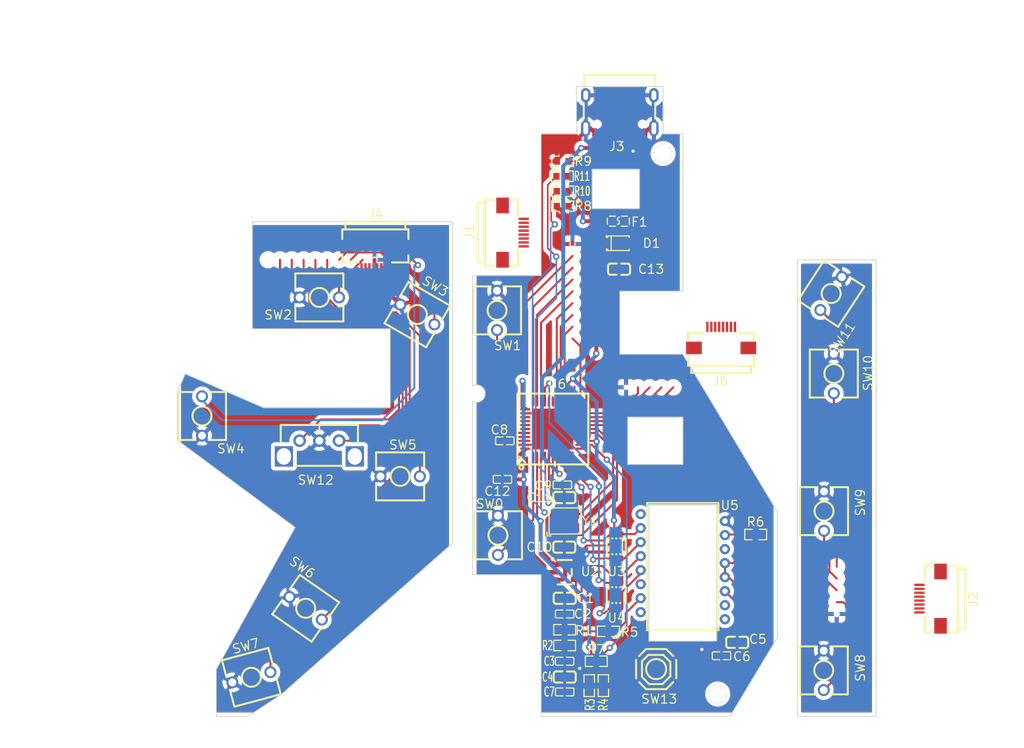
<source format=kicad_pcb>
(kicad_pcb (version 20221018) (generator pcbnew)
  (layers (0 "F.Cu" signal) (31 "B.Cu" signal) (34 "B.Paste" user) (35 "F.Paste" user) (36 "B.SilkS" user "B.Silkscreen") (37 "F.SilkS" user "F.Silkscreen") (38 "B.Mask" user) (39 "F.Mask" user) (44 "Edge.Cuts" user))
  (net 0 "")
  (net 1 "GND")
  (net 2 "RE0B")
  (net 3 "RE0A")
  (net 4 "NCS")
  (net 5 "MOSI")
  (net 6 "MISO")
  (net 7 "SCLK")
  (net 8 "VCC")
  (net 9 "RESET")
  (net 10 "Net-(U2-FB)")
  (net 11 "Net-(U2-OUT)")
  (net 12 "NCS1.9V")
  (net 13 "SCLK1.9V")
  (net 14 "MISO1.9V")
  (net 15 "MOSI1.9V")
  (net 16 "Net-(U5-VDDPIX)")
  (net 17 "Net-(U5-~{RESET})")
  (net 19 "Net-(U5-LED_P)")
  (net 20 "SW8")
  (net 21 "SW6")
  (net 22 "SW5")
  (net 23 "SW7")
  (net 24 "SW4")
  (net 25 "SW3")
  (net 26 "SW2")
  (net 27 "SW1")
  (net 28 "SW0")
  (net 29 "SW9")
  (net 30 "SW10")
  (net 31 "SW11")
  (net 32 "D-")
  (net 33 "D+")
  (net 34 "Net-(J3-CC1)")
  (net 35 "Net-(J3-CC2)")
  (net 36 "Net-(U6-XTAL1)")
  (net 37 "Net-(U6-XTAL2)")
  (net 38 "Net-(U6-AREF)")
  (net 39 "Net-(U6-UCAP)")
  (net 40 "VBUS")
  (net 49 "SW3_F")
  (net 50 "SW2_F")
  (net 51 "SW11_B")
  (net 52 "SW4_F")
  (net 53 "SW5_F")
  (net 54 "SW6_F")
  (net 55 "SW8_B")
  (net 56 "SW9_B")
  (net 57 "SW10_B")
  (net 58 "RE0A_F")
  (net 59 "RE0B_F")
  (net 63 "Net-(J3-D--Pad5)")
  (net 64 "Net-(J3-D+-Pad6)")
  (net 66 "Net-(D1-A)")
  (net 67 "SW7_B")
  (footprint "0:C0402" (layer "F.Cu") (at 121.388 107.6)
    (fp_text reference "C9")
    (fp_text value "1uF" hide)
  )
  (footprint "0:FFCｺﾈｸﾀ_FPC-SMD_P0.50-8P_FGS-XJ-H2.0" (layer "F.Cu") (at 141.55 88.86 180)
    (fp_text reference "J6")
    (fp_text value "Conn_01x8_Pin + 2" hide)
  )
  (footprint "0:TPS73601DBVR C59200" (layer "F.Cu") (at 121.683 118.69 180)
    (fp_text reference "U2")
    (fp_text value "TPS73601DBV" hide)
  )
  (footprint "0:C0603" (layer "F.Cu") (at 143.6 127.6)
    (fp_text reference "C5")
    (fp_text value "10uF" hide)
  )
  (footprint "0:SW-TH_L6.2-W6.2-P5.00" (layer "F.Cu") (at 155.854 93.455 -90)
    (fp_text reference "SW10")
    (fp_text value "SW_PUSH" hide)
  )
  (footprint "0:C0603" (layer "F.Cu") (at 128.6 80.2)
    (fp_text reference "C13")
    (fp_text value "10uF" hide)
  )
  (footprint "0:C0402" (layer "F.Cu") (at 114.083 102 180)
    (fp_text reference "C8")
    (fp_text value "0.1uF" hide)
  )
  (footprint "0:R0603" (layer "F.Cu") (at 126.6 133.1 90)
    (fp_text reference "R4")
    (fp_text value "10k" hide)
  )
  (footprint "0:R0603" (layer "F.Cu") (at 121.383 68.39)
    (fp_text reference "R11")
    (fp_text value "22" hide)
  )
  (footprint "0:SW-TH_L6.2-W6.2-P5.00" (layer "F.Cu") (at 102.983 85.952 -30)
    (fp_text reference "SW3")
    (fp_text value "SW_PUSH" hide)
  )
  (footprint "0:SW-TH_L6.2-W6.2-P5.00" (layer "F.Cu") (at 154.577 131.161 -90)
    (fp_text reference "SW8")
    (fp_text value "SW_PUSH" hide)
  )
  (footprint "0:C0402" (layer "F.Cu") (at 121.683 130 180)
    (fp_text reference "C3")
    (fp_text value "0.1uF" hide)
  )
  (footprint "0:hole 2.2mm" (layer "F.Cu") (at 141.116 134.163)
    (fp_text reference "REF**" hide)
    (fp_text value "hole 2.2mm" hide)
  )
  (footprint "0:R0603" (layer "F.Cu") (at 121.43 66.49)
    (fp_text reference "R9")
    (fp_text value "5.1k" hide)
  )
  (footprint "0:R0603" (layer "F.Cu") (at 121.683 128 180)
    (fp_text reference "R2")
    (fp_text value "63.4k" hide)
  )
  (footprint "PMW3360DM-T2QU:PMW3360" (layer "F.Cu") (at 136.683 117.985 180)
    (fp_text reference "U5")
    (fp_text value "PMW3360DM-T2QU" hide)
    (fp_line (start -4.445 -7.9375) (end 4.445 -7.9375) (stroke (width 0.01)) (layer "Edge.Cuts"))
    (fp_line (start -4.445 7.9375) (end -4.445 -7.9375) (stroke (width 0.01)) (layer "Edge.Cuts"))
    (fp_line (start 4.445 -7.9375) (end 4.445 7.9375) (stroke (width 0.01)) (layer "Edge.Cuts"))
    (fp_line (start 4.445 7.9375) (end -4.445 7.9375) (stroke (width 0.01)) (layer "Edge.Cuts"))
  )
  (footprint "0:R0603" (layer "F.Cu") (at 127.233 126.2 180)
    (fp_text reference "R5")
    (fp_text value "39" hide)
  )
  (footprint "0:C0603" (layer "F.Cu") (at 121.633 115.5 180)
    (fp_text reference "C10")
    (fp_text value "22p" hide)
  )
  (footprint "0:SW-TH_L6.2-W6.2-P5.00" (layer "F.Cu") (at 154.611 110.931 -90)
    (fp_text reference "SW9")
    (fp_text value "SW_PUSH" hide)
  )
  (footprint "0:hole 2.2mm" (layer "F.Cu") (at 134.183 65.5)
    (fp_text reference "REF**" hide)
    (fp_text value "hole 2.2mm" hide)
  )
  (footprint "0:SW-TH_CEN971112R02" (layer "F.Cu") (at 90.54 102.982 180)
    (fp_text reference "SW12")
    (fp_text value "RotaryEncoder" hide)
  )
  (footprint "0:SW-TH_L6.2-W6.2-P5.00" (layer "F.Cu") (at 88.809 123.275 -35)
    (fp_text reference "SW6")
    (fp_text value "SW_PUSH" hide)
  )
  (footprint "0:R0603" (layer "F.Cu") (at 145.933 113.9 180)
    (fp_text reference "R6")
    (fp_text value "10k" hide)
  )
  (footprint "0:R0603" (layer "F.Cu") (at 121.43 70.29)
    (fp_text reference "R10")
    (fp_text value "22" hide)
  )
  (footprint "0:SW-SMD_4P-L5.1-W5.1-P3.70-LS6.5-TL-2" (layer "F.Cu") (at 133.3 131)
    (fp_text reference "SW13")
    (fp_text value "SW_RESET" hide)
  )
  (footprint "0:C0402" (layer "F.Cu") (at 121.683 133.9 180)
    (fp_text reference "C7")
    (fp_text value "0.1uF" hide)
  )
  (footprint "0:SW-TH_L6.2-W6.2-P5.00" (layer "F.Cu") (at 81.912 132.038 15)
    (fp_text reference "SW7")
    (fp_text value "SW_PUSH" hide)
  )
  (footprint "0:SW-TH_L6.2-W6.2-P5.00" (layer "F.Cu") (at 113.217 114 -90)
    (fp_text reference "SW0")
    (fp_text value "SW_PUSH" hide)
  )
  (footprint "0:Diode SOD-123FL_L2.7-W1.8-LS3.8-RD" (layer "F.Cu") (at 128.5 76.9)
    (fp_text reference "D1")
    (fp_text value "RB161MM-20" hide)
  )
  (footprint "0:TXS0102DCUR C53434" (layer "F.Cu") (at 128.233 115.4)
    (fp_text reference "U3")
    (fp_text value "TXS0102DCU" hide)
  )
  (footprint "0:FFCｺﾈｸﾀ_FPC-SMD_P0.50-8P_FGS-XJ-H2.0" (layer "F.Cu") (at 168.06 122.05 -90)
    (fp_text reference "J2")
    (fp_text value "Conn_01x8_Pin + 2" hide)
  )
  (footprint "0:ATMEGA32U4-MU VQFN-44_L7.0-W7.0-P0.50-BL-EP5.2" (layer "F.Cu") (at 120.183 100.5)
    (fp_text reference "U6")
    (fp_text value "ATmega32U4-M" hide)
  )
  (footprint "0:C0603" (layer "F.Cu") (at 121.683 132 180)
    (fp_text reference "C4")
    (fp_text value "10uF" hide)
  )
  (footprint "0:Crystals ROHS 16MHz OSC-SMD_4P-L3.2-W2.5-BL" (layer "F.Cu") (at 121.733 112.175)
    (fp_text reference "Y1")
    (fp_text value "16MHz" hide)
  )
  (footprint "0:C0603" (layer "F.Cu") (at 121.683 122 180)
    (fp_text reference "C1")
    (fp_text value "10uF" hide)
  )
  (footprint "0:Fuse 0603" (layer "F.Cu") (at 128.5 74.1 180)
    (fp_text reference "F1")
    (fp_text value "500mA" hide)
  )
  (footprint "0:R0603" (layer "F.Cu") (at 121.436 72.19)
    (fp_text reference "R8")
    (fp_text value "5.1k" hide)
  )
  (footprint "0:USB-C-SMD_TYPE-C-6PIN-2MD-073" (layer "F.Cu") (at 128.683 60.475 180)
    (fp_text reference "J3")
    (fp_text value "USB_C_Receptacle_USB2.0" hide)
  )
  (footprint "0:SW-TH_L6.2-W6.2-P5.00" (layer "F.Cu") (at 113.1 85.428 -90)
    (fp_text reference "SW1")
    (fp_text value "SW_PUSH" hide)
  )
  (footprint "0:FFCｺﾈｸﾀ_FPC-SMD_P0.50-8P_FGS-XJ-H2.0" (layer "F.Cu") (at 97.65 78.74)
    (fp_text reference "J4")
    (fp_text value "Conn_01x8_Pin + 2" hide)
  )
  (footprint "0:SW-TH_L6.2-W6.2-P5.00" (layer "F.Cu") (at 100.797 106.519)
    (fp_text reference "SW5")
    (fp_text value "SW_PUSH" hide)
  )
  (footprint "0:C0402" (layer "F.Cu") (at 141.6 129.3 180)
    (fp_text reference "C6")
    (fp_text value "0.1uF" hide)
  )
  (footprint "0:C0402" (layer "F.Cu") (at 121.683 124 180)
    (fp_text reference "C2")
    (fp_text value "0.1uF" hide)
  )
  (footprint "0:SW-TH_L6.2-W6.2-P5.00" (layer "F.Cu") (at 155.513 83.29 -123.125)
    (fp_text reference "SW11")
    (fp_text value "SW_PUSH" hide)
  )
  (footprint "0:R0603" (layer "F.Cu") (at 124.8 133.1 90)
    (fp_text reference "R3")
    (fp_text value "10k" hide)
  )
  (footprint "0:FFCｺﾈｸﾀ_FPC-SMD_P0.50-8P_FGS-XJ-H2.0" (layer "F.Cu") (at 115.14 75.55 90)
    (fp_text reference "J1")
    (fp_text value "Conn_01x8_Pin + 2" hide)
  )
  (footprint "0:TXS0102DCUR C53434" (layer "F.Cu") (at 128.233 121.6)
    (fp_text reference "U4")
    (fp_text value "TXS0102DCU" hide)
  )
  (footprint "0:C0603" (layer "F.Cu") (at 121.633 109.2 180)
    (fp_text reference "C11")
    (fp_text value "22p" hide)
  )
  (footprint "0:R0603" (layer "F.Cu") (at 125.7 130 180)
    (fp_text reference "R7")
    (fp_text value "10k" hide)
  )
  (footprint "0:R0603" (layer "F.Cu") (at 121.683 126 180)
    (fp_text reference "R1")
    (fp_text value "37.4k" hide)
  )
  (footprint "0:SW-TH_L6.2-W6.2-P5.00" (layer "F.Cu") (at 90.54 83.782)
    (fp_text reference "SW2")
    (fp_text value "SW_PUSH" hide)
  )
  (footprint "0:C0402" (layer "F.Cu") (at 113.783 106.9 180)
    (fp_text reference "C12")
    (fp_text value "0.1uF" hide)
  )
  (footprint "0:SW-TH_L6.2-W6.2-P5.00" (layer "F.Cu") (at 75.645 98.846 90)
    (fp_text reference "SW4")
    (fp_text value "SW_PUSH" hide)
  )
  (gr_line (start 123.183 57) (end 134.183 57) (stroke (width 0.1)) (layer "Edge.Cuts"))
  (gr_line (start 125.183 72.5) (end 125.183 67.5) (stroke (width 0.1)) (layer "Edge.Cuts"))
  (gr_line (start 99.54 87.782) (end 99.54 97.782) (stroke (width 0.1)) (layer "Edge.Cuts"))
  (gr_line (start 128.683 91) (end 136.683 91) (stroke (width 0.1)) (layer "Edge.Cuts"))
  (gr_line (start 131.183 67.5) (end 131.183 72.5) (stroke (width 0.1)) (layer "Edge.Cuts"))
  (gr_line (start 151.223 137) (end 161.223 137) (stroke (width 0.1)) (layer "Edge.Cuts"))
  (gr_line (start 151.223 79) (end 151.223 137) (stroke (width 0.1)) (layer "Edge.Cuts"))
  (gr_line (start 136.683 83) (end 128.683 83) (stroke (width 0.1)) (layer "Edge.Cuts"))
  (gr_arc (start 110 95.020001) (mid 111.600181 96) (end 110 96.979999) (stroke (width 0.1)) (layer "Edge.Cuts"))
  (gr_line (start 73.518 93.49) (end 72.545 95.746) (stroke (width 0.1)) (layer "Edge.Cuts"))
  (gr_line (start 125.183 72.5) (end 131.183 72.5) (stroke (width 0.1)) (layer "Edge.Cuts"))
  (gr_line (start 123.183 63) (end 123.183 57) (stroke (width 0.1)) (layer "Edge.Cuts"))
  (gr_line (start 107.46 80.682) (end 107.46 115) (stroke (width 0.1)) (layer "Edge.Cuts"))
  (gr_line (start 77.46 137) (end 81.46 137) (stroke (width 0.1)) (layer "Edge.Cuts"))
  (gr_line (start 110 81) (end 110 95.02) (stroke (width 0.1)) (layer "Edge.Cuts"))
  (gr_line (start 118.683 137) (end 118.683 119) (stroke (width 0.1)) (layer "Edge.Cuts"))
  (gr_line (start 129.683 99) (end 136.683 99) (stroke (width 0.1)) (layer "Edge.Cuts"))
  (gr_line (start 77.46 131.027) (end 77.46 137) (stroke (width 0.1)) (layer "Edge.Cuts"))
  (gr_line (start 132.383 127.44) (end 132.383 110.18) (stroke (width 0.1)) (layer "Edge.Cuts"))
  (gr_line (start 82.04 80.682) (end 82.04 74.182) (stroke (width 0.1)) (layer "Edge.Cuts"))
  (gr_line (start 72.545 95.746) (end 72.545 101.946) (stroke (width 0.1)) (layer "Edge.Cuts"))
  (gr_line (start 161.223 79) (end 151.223 79) (stroke (width 0.1)) (layer "Edge.Cuts"))
  (gr_circle (center 134.183 65.5) (end 135.283 65.5) (stroke (width 0.1)) (fill none) (layer "Edge.Cuts"))
  (gr_line (start 107.46 80.682) (end 107.46 74.182) (stroke (width 0.1)) (layer "Edge.Cuts"))
  (gr_line (start 87.46 113) (end 77.46 131.027) (stroke (width 0.1)) (layer "Edge.Cuts"))
  (gr_line (start 85.709 134.23) (end 107.46 115) (stroke (width 0.1)) (layer "Edge.Cuts"))
  (gr_line (start 148.683 127) (end 142.683 137) (stroke (width 0.1)) (layer "Edge.Cuts"))
  (gr_line (start 82.04 87.782) (end 99.54 87.782) (stroke (width 0.1)) (layer "Edge.Cuts"))
  (gr_line (start 118.683 119) (end 110 119) (stroke (width 0.1)) (layer "Edge.Cuts"))
  (gr_line (start 83.46 97.782) (end 73.518 93.49) (stroke (width 0.1)) (layer "Edge.Cuts"))
  (gr_line (start 136.683 91) (end 148.683 111) (stroke (width 0.1)) (layer "Edge.Cuts"))
  (gr_line (start 72.545 101.946) (end 87.46 113) (stroke (width 0.1)) (layer "Edge.Cuts"))
  (gr_line (start 140.983 110.18) (end 140.983 127.44) (stroke (width 0.1)) (layer "Edge.Cuts"))
  (gr_circle (center 141.116 134.163) (end 142.216 134.163) (stroke (width 0.1)) (fill none) (layer "Edge.Cuts"))
  (gr_line (start 132.383 127.44) (end 140.983 127.44) (stroke (width 0.1)) (layer "Edge.Cuts"))
  (gr_line (start 161.223 137) (end 161.223 79) (stroke (width 0.1)) (layer "Edge.Cuts"))
  (gr_line (start 136.683 63) (end 136.683 83) (stroke (width 0.1)) (layer "Edge.Cuts"))
  (gr_line (start 118.683 81) (end 118.683 63) (stroke (width 0.1)) (layer "Edge.Cuts"))
  (gr_line (start 134.183 63) (end 136.683 63) (stroke (width 0.1)) (layer "Edge.Cuts"))
  (gr_line (start 148.683 111) (end 148.683 127) (stroke (width 0.1)) (layer "Edge.Cuts"))
  (gr_line (start 128.683 83) (end 128.683 91) (stroke (width 0.1)) (layer "Edge.Cuts"))
  (gr_line (start 136.683 105) (end 129.683 105) (stroke (width 0.1)) (layer "Edge.Cuts"))
  (gr_line (start 132.383 110.18) (end 140.983 110.18) (stroke (width 0.1)) (layer "Edge.Cuts"))
  (gr_line (start 134.183 57) (end 134.183 63) (stroke (width 0.1)) (layer "Edge.Cuts"))
  (gr_line (start 118.683 137) (end 142.683 137) (stroke (width 0.1)) (layer "Edge.Cuts"))
  (gr_line (start 136.683 99) (end 136.683 105) (stroke (width 0.1)) (layer "Edge.Cuts"))
  (gr_line (start 110 81) (end 118.683 81) (stroke (width 0.1)) (layer "Edge.Cuts"))
  (gr_line (start 81.46 137) (end 85.709 134.23) (stroke (width 0.1)) (layer "Edge.Cuts"))
  (gr_line (start 107.46 74.182) (end 82.04 74.182) (stroke (width 0.1)) (layer "Edge.Cuts"))
  (gr_line (start 110 119) (end 110 96.98) (stroke (width 0.1)) (layer "Edge.Cuts"))
  (gr_line (start 118.683 63) (end 123.183 63) (stroke (width 0.1)) (layer "Edge.Cuts"))
  (gr_line (start 82.04 80.682) (end 82.04 87.782) (stroke (width 0.1)) (layer "Edge.Cuts"))
  (gr_line (start 99.54 97.782) (end 83.46 97.782) (stroke (width 0.1)) (layer "Edge.Cuts"))
  (gr_line (start 125.183 67.5) (end 131.183 67.5) (stroke (width 0.1)) (layer "Edge.Cuts"))
  (gr_line (start 129.683 105) (end 129.683 99) (stroke (width 0.1)) (layer "Edge.Cuts"))
  (segment (start 120.833 111.3) (end 120.633 111.3) (width 0.5) (layer "F.Cu") (net 1))
  (segment (start 97.54 79) (end 97.54 81.424064) (width 0.5) (layer "F.Cu") (net 1))
  (segment (start 119.683 104) (end 119.683 107.95) (width 0.25) (layer "F.Cu") (net 1))
  (segment (start 127.846 116.2) (end 124.633 116.2) (width 0.25) (layer "F.Cu") (net 1))
  (segment (start 124.933 62.3) (end 125.483 62.85) (width 0.5) (layer "F.Cu") (net 1))
  (segment (start 113.908 102.595) (end 113.538 102.225) (width 0.25) (layer "F.Cu") (net 1))
  (segment (start 115.253 102.595) (end 113.908 102.595) (width 0.25) (layer "F.Cu") (net 1))
  (segment (start 97.54 81.424064) (end 100.817936 84.702) (width 0.5) (layer "F.Cu") (net 1))
  (segment (start 124.358 62.625) (end 124.358 62.3) (width 0.5) (layer "F.Cu") (net 1))
  (segment (start 118.183 102.5) (end 120.183 100.5) (width 0.25) (layer "F.Cu") (net 1))
  (segment (start 119.683 107.95) (end 120.933 109.2) (width 0.25) (layer "F.Cu") (net 1))
  (segment (start 119.483 112) (end 120.183 111.3) (width 0.5) (layer "F.Cu") (net 1))
  (segment (start 124.633 116.2) (end 124.433 116.4) (width 0.25) (layer "F.Cu") (net 1))
  (segment (start 120.93 128) (end 120.077 127.147) (width 0.5) (layer "F.Cu") (net 1))
  (segment (start 120.933 111) (end 120.633 111.3) (width 0.5) (layer "F.Cu") (net 1))
  (segment (start 120.077 125.061) (end 121.138 124) (width 0.5) (layer "F.Cu") (net 1))
  (segment (start 121.933 107.6) (end 121.933 108.075) (width 0.5) (layer "F.Cu") (net 1))
  (segment (start 119.683 101) (end 120.183 100.5) (width 0.25) (layer "F.Cu") (net 1))
  (segment (start 119.683 104) (end 119.683 101) (width 0.25) (layer "F.Cu") (net 1))
  (segment (start 122.833 113) (end 122.433 112.6) (width 0.5) (layer "F.Cu") (net 1))
  (segment (start 121.933 108.075) (end 120.933 109.075) (width 0.5) (layer "F.Cu") (net 1))
  (segment (start 126.946 121.5) (end 127.979 122.533) (width 0.25) (layer "F.Cu") (net 1))
  (segment (start 120.677 66.306) (end 124.358 62.625) (width 0.5) (layer "F.Cu") (net 1))
  (segment (start 127.979 116.333) (end 127.846 116.2) (width 0.25) (layer "F.Cu") (net 1))
  (segment (start 127.979 116.95) (end 127.979 116.333) (width 0.25) (layer "F.Cu") (net 1))
  (segment (start 120.93 128) (end 120.293 128.637) (width 0.5) (layer "F.Cu") (net 1))
  (segment (start 122.133 112.6) (end 120.833 111.3) (width 0.5) (layer "F.Cu") (net 1))
  (segment (start 122.683 74.19) (end 122.683 77) (width 0.5) (layer "F.Cu") (net 1))
  (segment (start 120.677 66.49) (end 120.677 66.306) (width 0.5) (layer "F.Cu") (net 1))
  (segment (start 120.077 127.147) (end 120.077 125.061) (width 0.5) (layer "F.Cu") (net 1))
  (segment (start 115.348 102.5) (end 115.253 102.595) (width 0.25) (layer "F.Cu") (net 1))
  (segment (start 122.833 113.05) (end 122.833 113) (width 0.5) (layer "F.Cu") (net 1))
  (segment (start 120.293 131.31) (end 120.983 132) (width 0.5) (layer "F.Cu") (net 1))
  (segment (start 120.683 72.19) (end 122.683 74.19) (width 0.5) (layer "F.Cu") (net 1))
  (segment (start 116.683 102.5) (end 118.183 102.5) (width 0.25) (layer "F.Cu") (net 1))
  (segment (start 120.933 115.45) (end 119.483 114) (width 0.5) (layer "F.Cu") (net 1))
  (segment (start 131.883 63.7) (end 130.383 65.2) (width 0.5) (layer "F.Cu") (net 1))
  (segment (start 122.433 112.6) (end 122.133 112.6) (width 0.5) (layer "F.Cu") (net 1))
  (segment (start 120.383 118.69) (end 119.633 118.69) (width 0.5) (layer "F.Cu") (net 1))
  (segment (start 133.008 62.3) (end 132.433 62.3) (width 0.5) (layer "F.Cu") (net 1))
  (segment (start 120.933 109.2) (end 120.933 111) (width 0.5) (layer "F.Cu") (net 1))
  (segment (start 124.358 62.3) (end 124.933 62.3) (width 0.5) (layer "F.Cu") (net 1))
  (segment (start 132.433 62.3) (end 131.883 62.85) (width 0.5) (layer "F.Cu") (net 1))
  (segment (start 118.183 98.5) (end 120.183 100.5) (width 0.25) (layer "F.Cu") (net 1))
  (segment (start 116.683 102.5) (end 115.348 102.5) (width 0.25) (layer "F.Cu") (net 1))
  (segment (start 119.483 114) (end 119.483 112) (width 0.5) (layer "F.Cu") (net 1))
  (segment (start 122.683 98) (end 120.183 100.5) (width 0.25) (layer "F.Cu") (net 1))
  (segment (start 113.538 102.225) (end 113.538 102) (width 0.25) (layer "F.Cu") (net 1))
  (segment (start 124.358 62.7) (end 124.358 62.809) (width 0.5) (layer "F.Cu") (net 1))
  (segment (start 120.933 109.075) (end 120.933 109.2) (width 0.5) (layer "F.Cu") (net 1))
  (segment (start 131.883 62.85) (end 131.883 63.7) (width 0.5) (layer "F.Cu") (net 1))
  (segment (start 124.933 121.5) (end 126.946 121.5) (width 0.25) (layer "F.Cu") (net 1))
  (segment (start 119.233 119.09) (end 119.233 120.25) (width 0.5) (layer "F.Cu") (net 1))
  (segment (start 127.979 122.533) (end 127.979 123.15) (width 0.25) (layer "F.Cu") (net 1))
  (segment (start 123.683 101.5) (end 121.183 101.5) (width 0.25) (layer "F.Cu") (net 1))
  (segment (start 120.183 111.3) (end 120.633 111.3) (width 0.5) (layer "F.Cu") (net 1))
  (segment (start 122.683 97) (end 122.683 98) (width 0.25) (layer "F.Cu") (net 1))
  (segment (start 119.633 118.69) (end 119.233 119.09) (width 0.5) (layer "F.Cu") (net 1))
  (segment (start 116.683 98.5) (end 118.183 98.5) (width 0.25) (layer "F.Cu") (net 1))
  (segment (start 122.783 113.05) (end 122.633 112.9) (width 0.5) (layer "F.Cu") (net 1))
  (segment (start 119.233 120.25) (end 120.983 122) (width 0.5) (layer "F.Cu") (net 1))
  (segment (start 120.933 115.5) (end 120.933 115.45) (width 0.5) (layer "F.Cu") (net 1))
  (segment (start 120.293 128.637) (end 120.293 131.31) (width 0.5) (layer "F.Cu") (net 1))
  (segment (start 121.183 101.5) (end 120.183 100.5) (width 0.25) (layer "F.Cu") (net 1))
  (via (at 130.383 65.2) (size 0.8) (drill 0.4) (layers "F.Cu" "B.Cu") (net 1))
  (via (at 123.6 130.9) (size 0.8) (drill 0.4) (layers "F.Cu" "B.Cu") (net 1))
  (via (at 139.1 128.5) (size 0.8) (drill 0.4) (layers "F.Cu" "B.Cu") (net 1))
  (via (at 124.933 121.5) (size 0.8) (drill 0.4) (layers "F.Cu" "B.Cu") (net 1))
  (via (at 124.433 116.4) (size 0.8) (drill 0.4) (layers "F.Cu" "B.Cu") (net 1))
  (segment (start 123.683 90) (end 123.683 98) (width 0.25) (layer "F.Cu") (net 2))
  (segment (start 122.683 89) (end 123.683 90) (width 0.25) (layer "F.Cu") (net 2))
  (segment (start 121.683 88.5) (end 121.683 97) (width 0.25) (layer "F.Cu") (net 3))
  (segment (start 122.683 87.5) (end 121.683 88.5) (width 0.25) (layer "F.Cu") (net 3))
  (segment (start 126.721 123.9) (end 127.471 123.15) (width 0.25) (layer "F.Cu") (net 4))
  (segment (start 119.183 97) (end 119.183 95.25) (width 0.25) (layer "F.Cu") (net 4))
  (segment (start 126.133 123.9) (end 126.721 123.9) (width 0.25) (layer "F.Cu") (net 4))
  (segment (start 119.183 95.25) (end 119.733 94.7) (width 0.25) (layer "F.Cu") (net 4))
  (via (at 119.733 94.7) (size 0.8) (drill 0.4) (layers "F.Cu" "B.Cu") (net 4))
  (via (at 126.133 123.9) (size 0.8) (drill 0.4) (layers "F.Cu" "B.Cu") (net 4))
  (segment (start 126.733 123.3) (end 126.733 108.125305) (width 0.25) (layer "B.Cu") (net 4))
  (segment (start 126.133 123.9) (end 126.733 123.3) (width 0.25) (layer "B.Cu") (net 4))
  (segment (start 126.758 108.100305) (end 126.758 106.725) (width 0.25) (layer "B.Cu") (net 4))
  (segment (start 126.733 108.125305) (end 126.758 108.100305) (width 0.25) (layer "B.Cu") (net 4))
  (segment (start 119.733 99.7) (end 119.733 94.7) (width 0.25) (layer "B.Cu") (net 4))
  (segment (start 126.758 106.725) (end 119.733 99.7) (width 0.25) (layer "B.Cu") (net 4))
  (segment (start 124.970701 107.837701) (end 124.796006 107.837701) (width 0.25) (layer "F.Cu") (net 5))
  (segment (start 122.183 105.224695) (end 122.183 104) (width 0.25) (layer "F.Cu") (net 5))
  (segment (start 125.4585 116.95) (end 127.437 116.95) (width 0.25) (layer "F.Cu") (net 5))
  (segment (start 125.3085 117.1) (end 125.4585 116.95) (width 0.25) (layer "F.Cu") (net 5))
  (segment (start 124.796006 107.837701) (end 122.183 105.224695) (width 0.25) (layer "F.Cu") (net 5))
  (via (at 125.3085 117.1) (size 0.8) (drill 0.4) (layers "F.Cu" "B.Cu") (net 5))
  (via (at 124.970701 107.837701) (size 0.8) (drill 0.4) (layers "F.Cu" "B.Cu") (net 5))
  (segment (start 125.3085 117.1) (end 125.3085 115.141832) (width 0.25) (layer "B.Cu") (net 5))
  (segment (start 124.970701 114.804033) (end 124.970701 107.837701) (width 0.25) (layer "B.Cu") (net 5))
  (segment (start 125.3085 115.141832) (end 124.970701 114.804033) (width 0.25) (layer "B.Cu") (net 5))
  (segment (start 126.533 119.7) (end 126.883 120.05) (width 0.25) (layer "F.Cu") (net 6))
  (segment (start 126.033 107.35) (end 122.683 104) (width 0.25) (layer "F.Cu") (net 6))
  (segment (start 126.033 107.8) (end 126.033 107.35) (width 0.25) (layer "F.Cu") (net 6))
  (segment (start 126.0085 119.7) (end 126.533 119.7) (width 0.25) (layer "F.Cu") (net 6))
  (segment (start 126.883 120.05) (end 127.471 120.05) (width 0.25) (layer "F.Cu") (net 6))
  (via (at 126.0085 119.7) (size 0.8) (drill 0.4) (layers "F.Cu" "B.Cu") (net 6))
  (via (at 126.033 107.8) (size 0.8) (drill 0.4) (layers "F.Cu" "B.Cu") (net 6))
  (segment (start 126.0085 119.7) (end 126.033 119.6755) (width 0.25) (layer "B.Cu") (net 6))
  (segment (start 126.033 119.6755) (end 126.033 107.8) (width 0.25) (layer "B.Cu") (net 6))
  (segment (start 127.437 113.884) (end 127.437 113.85) (width 0.25) (layer "F.Cu") (net 7))
  (segment (start 126.658678 114.662322) (end 127.437 113.884) (width 0.25) (layer "F.Cu") (net 7))
  (segment (start 124.087107 114.662322) (end 126.658678 114.662322) (width 0.25) (layer "F.Cu") (net 7))
  (segment (start 121.683 105.749294) (end 121.683 104) (width 0.25) (layer "F.Cu") (net 7))
  (segment (start 123.833353 107.899647) (end 121.683 105.749294) (width 0.25) (layer "F.Cu") (net 7))
  (via (at 124.087107 114.662322) (size 0.8) (drill 0.4) (layers "F.Cu" "B.Cu") (net 7))
  (via (at 123.833353 107.899647) (size 0.8) (drill 0.4) (layers "F.Cu" "B.Cu") (net 7))
  (segment (start 124.033 114.608215) (end 124.033 108.099294) (width 0.25) (layer "B.Cu") (net 7))
  (segment (start 124.087107 114.662322) (end 124.033 114.608215) (width 0.25) (layer "B.Cu") (net 7))
  (segment (start 124.033 108.099294) (end 123.833353 107.899647) (width 0.25) (layer "B.Cu") (net 7))
  (segment (start 114.328 106.9) (end 114.328 105.455) (width 0.5) (layer "F.Cu") (net 8))
  (segment (start 127.979 113.85) (end 127.979 114.467) (width 0.25) (layer "F.Cu") (net 8))
  (segment (start 123.793 117.1) (end 122.674734 117.1) (width 0.25) (layer "F.Cu") (net 8))
  (segment (start 127.979 119.433) (end 126.446 117.9) (width 0.25) (layer "F.Cu") (net 8))
  (segment (start 116.333 94.4) (end 116.333 97.65) (width 0.5) (layer "F.Cu") (net 8))
  (segment (start 124.947 130) (end 124.947 128.347) (width 0.5) (layer "F.Cu") (net 8))
  (segment (start 124.593 117.9) (end 123.793 117.1) (width 0.25) (layer "F.Cu") (net 8))
  (segment (start 122.383 122) (end 122.383 123.845) (width 0.5) (layer "F.Cu") (net 8))
  (segment (start 122.674734 117.1) (end 121.023 117.1) (width 0.25) (layer "F.Cu") (net 8))
  (segment (start 123.683 102) (end 125.657598 102) (width 0.25) (layer "F.Cu") (net 8))
  (segment (start 118.183 111.75) (end 118.633 112.2) (width 0.25) (layer "F.Cu") (net 8))
  (segment (start 121.733 119.29) (end 121.383 119.64) (width 0.5) (layer "F.Cu") (net 8))
  (segment (start 121.733 118.2) (end 121.733 119.29) (width 0.5) (layer "F.Cu") (net 8))
  (segment (start 114.328 105.455) (end 116.683 103.1) (width 0.5) (layer "F.Cu") (net 8))
  (segment (start 118.633 112.2) (end 118.633 115.99) (width 0.5) (layer "F.Cu") (net 8))
  (segment (start 127.979 113.85) (end 127.979 112.146) (width 0.25) (layer "F.Cu") (net 8))
  (segment (start 121.273 117.74) (end 121.733 118.2) (width 0.5) (layer "F.Cu") (net 8))
  (segment (start 124.474734 115.3) (end 122.674734 117.1) (width 0.25) (layer "F.Cu") (net 8))
  (segment (start 122.183 97) (end 122.183 94.65) (width 0.25) (layer "F.Cu") (net 8))
  (segment (start 124.947 128.347) (end 124.8 128.2) (width 0.5) (layer "F.Cu") (net 8))
  (segment (start 126.765 79.065) (end 127.9 80.2) (width 0.5) (layer "F.Cu") (net 8))
  (segment (start 122.183 94.65) (end 122.733 94.1) (width 0.25) (layer "F.Cu") (net 8))
  (segment (start 116.333 97.65) (end 116.583 97.9) (width 0.5) (layer "F.Cu") (net 8))
  (segment (start 125.7 82.9) (end 125.7 90.9) (width 0.5) (layer "F.Cu") (net 8))
  (segment (start 122.383 121.64) (end 120.383 119.64) (width 0.5) (layer "F.Cu") (net 8))
  (segment (start 126.446 117.9) (end 124.593 117.9) (width 0.25) (layer "F.Cu") (net 8))
  (segment (start 120.383 117.74) (end 121.273 117.74) (width 0.5) (layer "F.Cu") (net 8))
  (segment (start 127.146 115.3) (end 124.474734 115.3) (width 0.25) (layer "F.Cu") (net 8))
  (segment (start 118.183 104) (end 118.183 111.75) (width 0.25) (layer "F.Cu") (net 8))
  (segment (start 121.023 117.1) (end 120.383 117.74) (width 0.25) (layer "F.Cu") (net 8))
  (segment (start 125.7 82.4) (end 125.7 82.9) (width 0.5) (layer "F.Cu") (net 8))
  (segment (start 116.583 97.9) (end 116.683 97.9) (width 0.5) (layer "F.Cu") (net 8))
  (segment (start 127.979 112.146) (end 127.933 112.1) (width 0.25) (layer "F.Cu") (net 8))
  (segment (start 125.657598 102) (end 125.745299 102.087701) (width 0.25) (layer "F.Cu") (net 8))
  (segment (start 121.383 119.64) (end 120.383 119.64) (width 0.5) (layer "F.Cu") (net 8))
  (segment (start 116.483 106.9) (end 114.328 106.9) (width 0.5) (layer "F.Cu") (net 8))
  (segment (start 126.765 76.9) (end 126.765 79.065) (width 0.5) (layer "F.Cu") (net 8))
  (segment (start 122.383 123.845) (end 122.228 124) (width 0.5) (layer "F.Cu") (net 8))
  (segment (start 122.383 122) (end 122.383 121.64) (width 0.5) (layer "F.Cu") (net 8))
  (segment (start 127.979 114.467) (end 127.146 115.3) (width 0.25) (layer "F.Cu") (net 8))
  (segment (start 127.9 80.2) (end 125.7 82.4) (width 0.5) (layer "F.Cu") (net 8))
  (segment (start 127.979 120.05) (end 127.979 119.433) (width 0.25) (layer "F.Cu") (net 8))
  (segment (start 118.633 115.99) (end 120.383 117.74) (width 0.5) (layer "F.Cu") (net 8))
  (via (at 116.483 106.9) (size 0.8) (drill 0.4) (layers "F.Cu" "B.Cu") (net 8))
  (via (at 116.333 94.4) (size 0.8) (drill 0.4) (layers "F.Cu" "B.Cu") (net 8))
  (via (at 118.633 112.2) (size 0.8) (drill 0.4) (layers "F.Cu" "B.Cu") (net 8))
  (via (at 122.733 94.1) (size 0.8) (drill 0.4) (layers "F.Cu" "B.Cu") (net 8))
  (via (at 124.8 128.2) (size 0.8) (drill 0.4) (layers "F.Cu" "B.Cu") (net 8))
  (via (at 127.933 112.1) (size 0.8) (drill 0.4) (layers "F.Cu" "B.Cu") (net 8))
  (via (at 125.7 90.9) (size 0.8) (drill 0.4) (layers "F.Cu" "B.Cu") (net 8))
  (via (at 125.745299 102.087701) (size 0.8) (drill 0.4) (layers "F.Cu" "B.Cu") (net 8))
  (segment (start 125.7 90.9) (end 125.7 91.133) (width 0.5) (layer "B.Cu") (net 8))
  (segment (start 125.745299 102.087701) (end 125.745299 99.686994) (width 0.5) (layer "B.Cu") (net 8))
  (segment (start 127.933 106.51) (end 127.933 112.1) (width 0.5) (layer "B.Cu") (net 8))
  (segment (start 116.483 94.55) (end 116.333 94.4) (width 0.5) (layer "B.Cu") (net 8))
  (segment (start 125.733 99.674695) (end 125.733 97.1) (width 0.5) (layer "B.Cu") (net 8))
  (segment (start 116.483 110.05) (end 118.633 112.2) (width 0.5) (layer "B.Cu") (net 8))
  (segment (start 124.8 122.569082) (end 118.633 116.402082) (width 0.5) (layer "B.Cu") (net 8))
  (segment (start 125.733 97.1) (end 122.733 94.1) (width 0.5) (layer "B.Cu") (net 8))
  (segment (start 125.7 91.133) (end 122.733 94.1) (width 0.5) (layer "B.Cu") (net 8))
  (segment (start 116.483 106.9) (end 116.483 110.05) (width 0.5) (layer "B.Cu") (net 8))
  (segment (start 125.745299 102.087701) (end 125.745299 104.322299) (width 0.5) (layer "B.Cu") (net 8))
  (segment (start 116.483 106.9) (end 116.483 94.55) (width 0.5) (layer "B.Cu") (net 8))
  (segment (start 118.633 116.402082) (end 118.633 112.2) (width 0.5) (layer "B.Cu") (net 8))
  (segment (start 125.745299 104.322299) (end 127.933 106.51) (width 0.5) (layer "B.Cu") (net 8))
  (segment (start 124.8 128.2) (end 124.8 122.569082) (width 0.5) (layer "B.Cu") (net 8))
  (segment (start 125.745299 99.686994) (end 125.733 99.674695) (width 0.5) (layer "B.Cu") (net 8))
  (segment (start 127.15 130) (end 126.453 130) (width 0.25) (layer "F.Cu") (net 9))
  (segment (start 126.453 130) (end 126.453 129.247) (width 0.25) (layer "F.Cu") (net 9))
  (segment (start 126.453 129.247) (end 127.4 128.3) (width 0.25) (layer "F.Cu") (net 9))
  (segment (start 130 132.85) (end 127.15 130) (width 0.25) (layer "F.Cu") (net 9))
  (segment (start 123.683 102.5) (end 125.133 102.5) (width 0.25) (layer "F.Cu") (net 9))
  (segment (start 125.133 102.5) (end 127.033 104.4) (width 0.25) (layer "F.Cu") (net 9))
  (via (at 127.033 104.4) (size 0.8) (drill 0.4) (layers "F.Cu" "B.Cu") (net 9))
  (via (at 127.4 128.3) (size 0.8) (drill 0.4) (layers "F.Cu" "B.Cu") (net 9))
  (segment (start 129.558 106.925) (end 127.033 104.4) (width 0.25) (layer "B.Cu") (net 9))
  (segment (start 127.4 128.3) (end 129.558 126.142) (width 0.25) (layer "B.Cu") (net 9))
  (segment (start 129.558 126.142) (end 129.558 106.925) (width 0.25) (layer "B.Cu") (net 9))
  (segment (start 121.138 129.298) (end 121.138 130) (width 0.25) (layer "F.Cu") (net 10))
  (segment (start 121.687 125.243) (end 120.93 126) (width 0.25) (layer "F.Cu") (net 10))
  (segment (start 123.108 124.325) (end 122.19 125.243) (width 0.25) (layer "F.Cu") (net 10))
  (segment (start 123.108 119.765) (end 123.108 124.325) (width 0.25) (layer "F.Cu") (net 10))
  (segment (start 122.19 125.243) (end 121.687 125.243) (width 0.25) (layer "F.Cu") (net 10))
  (segment (start 122.436 128) (end 121.138 129.298) (width 0.25) (layer "F.Cu") (net 10))
  (segment (start 120.93 126) (end 120.93 126.494) (width 0.25) (layer "F.Cu") (net 10))
  (segment (start 122.983 119.64) (end 123.108 119.765) (width 0.25) (layer "F.Cu") (net 10))
  (segment (start 120.93 126.494) (end 122.436 128) (width 0.25) (layer "F.Cu") (net 10))
  (segment (start 122.636 126.2) (end 122.436 126) (width 0.25) (layer "F.Cu") (net 11))
  (segment (start 143.4 131.1) (end 145.9 128.6) (width 0.25) (layer "F.Cu") (net 11))
  (segment (start 128.487 123.15) (end 128.487 123.767) (width 0.25) (layer "F.Cu") (net 11))
  (segment (start 142.033 117.54) (end 142.033 119.32) (width 0.25) (layer "F.Cu") (net 11))
  (segment (start 128.487 113.85) (end 128.487 116.95) (width 0.25) (layer "F.Cu") (net 11))
  (segment (start 122.383 132) (end 122.383 133.745) (width 0.25) (layer "F.Cu") (net 11))
  (segment (start 128.487 123.15) (end 128.487 120.05) (width 0.25) (layer "F.Cu") (net 11))
  (segment (start 128.487 116.95) (end 128.487 120.05) (width 0.25) (layer "F.Cu") (net 11))
  (segment (start 126.48 125.774) (end 126.48 126.2) (width 0.25) (layer "F.Cu") (net 11))
  (segment (start 123.164 129.064) (end 122.228 130) (width 0.25) (layer "F.Cu") (net 11))
  (segment (start 122.228 131.845) (end 122.383 132) (width 0.25) (layer "F.Cu") (net 11))
  (segment (start 123.833 118.59) (end 123.833 124.603) (width 0.25) (layer "F.Cu") (net 11))
  (segment (start 123.164 126.728) (end 123.164 129.064) (width 0.25) (layer "F.Cu") (net 11))
  (segment (start 126.48 126.2) (end 122.636 126.2) (width 0.25) (layer "F.Cu") (net 11))
  (segment (start 124.8 133.853) (end 126.6 133.853) (width 0.25) (layer "F.Cu") (net 11))
  (segment (start 128.487 123.767) (end 126.48 125.774) (width 0.25) (layer "F.Cu") (net 11))
  (segment (start 122.383 133.745) (end 122.228 133.9) (width 0.25) (layer "F.Cu") (net 11))
  (segment (start 143.046 117.54) (end 142.033 117.54) (width 0.25) (layer "F.Cu") (net 11))
  (segment (start 122.436 126) (end 123.164 126.728) (width 0.25) (layer "F.Cu") (net 11))
  (segment (start 124.753 133.9) (end 124.8 133.853) (width 0.25) (layer "F.Cu") (net 11))
  (segment (start 142.503 119.32) (end 142.033 119.32) (width 0.25) (layer "F.Cu") (net 11))
  (segment (start 123.833 124.603) (end 122.436 126) (width 0.25) (layer "F.Cu") (net 11))
  (segment (start 145.9 128.6) (end 145.9 122.717) (width 0.25) (layer "F.Cu") (net 11))
  (segment (start 126.6 133.853) (end 131.747 133.853) (width 0.25) (layer "F.Cu") (net 11))
  (segment (start 122.983 117.74) (end 123.833 118.59) (width 0.25) (layer "F.Cu") (net 11))
  (segment (start 122.228 133.9) (end 124.753 133.9) (width 0.25) (layer "F.Cu") (net 11))
  (segment (start 122.228 130) (end 122.228 131.845) (width 0.25) (layer "F.Cu") (net 11))
  (segment (start 131.747 133.853) (end 134.5 131.1) (width 0.25) (layer "F.Cu") (net 11))
  (segment (start 134.5 131.1) (end 143.4 131.1) (width 0.25) (layer "F.Cu") (net 11))
  (segment (start 145.9 122.717) (end 142.503 119.32) (width 0.25) (layer "F.Cu") (net 11))
  (segment (start 146.686 113.9) (end 143.046 117.54) (width 0.25) (layer "F.Cu") (net 11))
  (segment (start 128.995 123.15) (end 128.995 121.169141) (width 0.25) (layer "F.Cu") (net 12))
  (segment (start 131.333 118.831141) (end 131.333 118.43) (width 0.25) (layer "F.Cu") (net 12))
  (segment (start 128.995 121.169141) (end 131.333 118.831141) (width 0.25) (layer "F.Cu") (net 12))
  (segment (start 128.995 113.85) (end 130.573 113.85) (width 0.25) (layer "F.Cu") (net 13))
  (segment (start 130.573 113.85) (end 131.333 113.09) (width 0.25) (layer "F.Cu") (net 13))
  (segment (start 128.995 120.05) (end 128.995 118.988) (width 0.25) (layer "F.Cu") (net 14))
  (segment (start 128.995 118.988) (end 131.333 116.65) (width 0.25) (layer "F.Cu") (net 14))
  (segment (start 128.995 116.95) (end 129.253 116.95) (width 0.25) (layer "F.Cu") (net 15))
  (segment (start 129.253 116.95) (end 131.333 114.87) (width 0.25) (layer "F.Cu") (net 15))
  (segment (start 142.033 121.1) (end 143.5 122.567) (width 0.25) (layer "F.Cu") (net 16))
  (segment (start 143.5 122.567) (end 143.5 127) (width 0.25) (layer "F.Cu") (net 16))
  (segment (start 142.9 127.6) (end 142.9 128.545) (width 0.25) (layer "F.Cu") (net 16))
  (segment (start 143.5 127) (end 142.9 127.6) (width 0.25) (layer "F.Cu") (net 16))
  (segment (start 142.9 128.545) (end 142.145 129.3) (width 0.25) (layer "F.Cu") (net 16))
  (segment (start 142.113 113.9) (end 142.033 113.98) (width 0.25) (layer "F.Cu") (net 17))
  (segment (start 145.18 113.9) (end 142.113 113.9) (width 0.25) (layer "F.Cu") (net 17))
  (segment (start 131.333 121.99) (end 129.433 123.89) (width 0.25) (layer "F.Cu") (net 19))
  (segment (start 129.433 123.89) (end 129.433 125) (width 0.25) (layer "F.Cu") (net 19))
  (segment (start 129.433 125) (end 128.233 126.2) (width 0.25) (layer "F.Cu") (net 19))
  (segment (start 128.233 126.2) (end 127.986 126.2) (width 0.25) (layer "F.Cu") (net 19))
  (segment (start 126.833 98.5) (end 123.683 98.5) (width 0.25) (layer "F.Cu") (net 20))
  (segment (start 130.983 95.2) (end 130.983 95.977817) (width 0.25) (layer "F.Cu") (net 20))
  (segment (start 130.510817 96.45) (end 128.883 96.45) (width 0.25) (layer "F.Cu") (net 20))
  (segment (start 128.883 96.45) (end 126.833 98.5) (width 0.25) (layer "F.Cu") (net 20))
  (segment (start 130.983 95.977817) (end 130.510817 96.45) (width 0.25) (layer "F.Cu") (net 20))
  (segment (start 120.683 86.5) (end 122.683 84.5) (width 0.25) (layer "F.Cu") (net 21))
  (segment (start 120.683 97) (end 120.683 86.5) (width 0.25) (layer "F.Cu") (net 21))
  (segment (start 118.683 87) (end 122.683 83) (width 0.25) (layer "F.Cu") (net 22))
  (segment (start 118.683 97) (end 118.683 87) (width 0.25) (layer "F.Cu") (net 22))
  (segment (start 121.183 87.5) (end 122.683 86) (width 0.25) (layer "F.Cu") (net 23))
  (segment (start 121.183 97) (end 121.183 87.5) (width 0.25) (layer "F.Cu") (net 23))
  (segment (start 118.183 86) (end 122.683 81.5) (width 0.25) (layer "F.Cu") (net 24))
  (segment (start 118.183 97) (end 118.183 86) (width 0.25) (layer "F.Cu") (net 24))
  (segment (start 117.683 85) (end 122.683 80) (width 0.25) (layer "F.Cu") (net 25))
  (segment (start 117.683 97) (end 117.683 85) (width 0.25) (layer "F.Cu") (net 25))
  (segment (start 115.833 101) (end 114.633 99.8) (width 0.25) (layer "F.Cu") (net 26))
  (segment (start 114.633 86.55) (end 122.683 78.5) (width 0.25) (layer "F.Cu") (net 26))
  (segment (start 116.683 101) (end 115.833 101) (width 0.25) (layer "F.Cu") (net 26))
  (segment (start 114.633 99.8) (end 114.633 86.55) (width 0.25) (layer "F.Cu") (net 26))
  (segment (start 115.696604 101.5) (end 116.683 101.5) (width 0.25) (layer "F.Cu") (net 27))
  (segment (start 113.1 98.903396) (end 115.696604 101.5) (width 0.25) (layer "F.Cu") (net 27))
  (segment (start 113.1 87.928) (end 113.1 98.903396) (width 0.25) (layer "F.Cu") (net 27))
  (segment (start 117.683 104) (end 117.683 112.034) (width 0.25) (layer "F.Cu") (net 28))
  (segment (start 117.683 112.034) (end 113.217 116.5) (width 0.25) (layer "F.Cu") (net 28))
  (segment (start 132.483 95.2) (end 130.783 96.9) (width 0.25) (layer "F.Cu") (net 29))
  (segment (start 127.033 99) (end 123.683 99) (width 0.25) (layer "F.Cu") (net 29))
  (segment (start 130.783 96.9) (end 129.133 96.9) (width 0.25) (layer "F.Cu") (net 29))
  (segment (start 129.133 96.9) (end 127.033 99) (width 0.25) (layer "F.Cu") (net 29))
  (segment (start 133.983 95.2) (end 131.833 97.35) (width 0.25) (layer "F.Cu") (net 30))
  (segment (start 131.833 97.35) (end 129.383 97.35) (width 0.25) (layer "F.Cu") (net 30))
  (segment (start 129.383 97.35) (end 127.233 99.5) (width 0.25) (layer "F.Cu") (net 30))
  (segment (start 127.233 99.5) (end 123.683 99.5) (width 0.25) (layer "F.Cu") (net 30))
  (segment (start 129.633 97.8) (end 127.433 100) (width 0.25) (layer "F.Cu") (net 31))
  (segment (start 132.883 97.8) (end 129.633 97.8) (width 0.25) (layer "F.Cu") (net 31))
  (segment (start 127.433 100) (end 123.683 100) (width 0.25) (layer "F.Cu") (net 31))
  (segment (start 135.483 95.2) (end 132.883 97.8) (width 0.25) (layer "F.Cu") (net 31))
  (segment (start 119.98 74.047) (end 119.98 70.987) (width 0.2) (layer "F.Cu") (net 32))
  (segment (start 119.133 111.1) (end 118.683 110.65) (width 0.2) (layer "F.Cu") (net 32))
  (segment (start 118.683 110.65) (end 118.683 104) (width 0.2) (layer "F.Cu") (net 32))
  (segment (start 119.98 70.987) (end 120.677 70.29) (width 0.2) (layer "F.Cu") (net 32))
  (segment (start 120.433 74.5) (end 119.98 74.047) (width 0.2) (layer "F.Cu") (net 32))
  (via (at 119.133 111.1) (size 0.8) (drill 0.4) (layers "F.Cu" "B.Cu") (net 32))
  (via (at 120.433 74.5) (size 0.8) (drill 0.4) (layers "F.Cu" "B.Cu") (net 32))
  (segment (start 117.608 82.225) (end 119.9085 79.9245) (width 0.2) (layer "B.Cu") (net 32))
  (segment (start 119.9085 75.0245) (end 120.433 74.5) (width 0.2) (layer "B.Cu") (net 32))
  (segment (start 117.608 109.575) (end 117.608 82.225) (width 0.2) (layer "B.Cu") (net 32))
  (segment (start 119.9085 79.9245) (end 119.9085 75.0245) (width 0.2) (layer "B.Cu") (net 32))
  (segment (start 119.133 111.1) (end 117.608 109.575) (width 0.2) (layer "B.Cu") (net 32))
  (segment (start 119.233 104.05) (end 119.183 104) (width 0.2) (layer "F.Cu") (net 33))
  (segment (start 120.6085 78.6) (end 119.533 77.5245) (width 0.2) (layer "F.Cu") (net 33))
  (segment (start 119.633 109.9) (end 119.233 109.5) (width 0.2) (layer "F.Cu") (net 33))
  (segment (start 119.233 109.5) (end 119.233 104.05) (width 0.2) (layer "F.Cu") (net 33))
  (segment (start 119.533 69.487) (end 120.63 68.39) (width 0.2) (layer "F.Cu") (net 33))
  (segment (start 119.533 77.5245) (end 119.533 69.487) (width 0.2) (layer "F.Cu") (net 33))
  (via (at 119.633 109.9) (size 0.8) (drill 0.4) (layers "F.Cu" "B.Cu") (net 33))
  (via (at 120.6085 78.6) (size 0.8) (drill 0.4) (layers "F.Cu" "B.Cu") (net 33))
  (segment (start 120.633 83.9) (end 120.633 78.6245) (width 0.2) (layer "B.Cu") (net 33))
  (segment (start 119.633 109.9) (end 119.233 109.5) (width 0.2) (layer "B.Cu") (net 33))
  (segment (start 120.633 78.6245) (end 120.6085 78.6) (width 0.2) (layer "B.Cu") (net 33))
  (segment (start 119.233 106.13555) (end 118.008 104.91055) (width 0.2) (layer "B.Cu") (net 33))
  (segment (start 118.008 104.91055) (end 118.008 86.525) (width 0.2) (layer "B.Cu") (net 33))
  (segment (start 118.008 86.525) (end 120.633 83.9) (width 0.2) (layer "B.Cu") (net 33))
  (segment (start 119.233 109.5) (end 119.233 106.13555) (width 0.2) (layer "B.Cu") (net 33))
  (segment (start 125.505792 66.8) (end 124.151198 68.154594) (width 0.25) (layer "F.Cu") (net 34))
  (segment (start 124.151198 70.227802) (end 122.189 72.19) (width 0.25) (layer "F.Cu") (net 34))
  (segment (start 124.151198 68.154594) (end 124.151198 70.227802) (width 0.25) (layer "F.Cu") (net 34))
  (segment (start 127.369396 66.8) (end 125.505792 66.8) (width 0.25) (layer "F.Cu") (net 34))
  (segment (start 129.933 64.236396) (end 129.933 62.85) (width 0.25) (layer "F.Cu") (net 34))
  (segment (start 129.933 64.236396) (end 127.369396 66.8) (width 0.25) (layer "F.Cu") (net 34))
  (segment (start 123.906604 66.49) (end 122.183 66.49) (width 0.25) (layer "F.Cu") (net 35))
  (segment (start 125.533 65.45) (end 124.946604 65.45) (width 0.25) (layer "F.Cu") (net 35))
  (segment (start 124.946604 65.45) (end 123.906604 66.49) (width 0.25) (layer "F.Cu") (net 35))
  (segment (start 126.933 64.05) (end 126.933 62.85) (width 0.25) (layer "F.Cu") (net 35))
  (segment (start 126.933 64.05) (end 125.533 65.45) (width 0.25) (layer "F.Cu") (net 35))
  (segment (start 122.333 114.75) (end 122.333 115.5) (width 0.25) (layer "F.Cu") (net 36))
  (segment (start 121.558 113.975) (end 122.333 114.75) (width 0.25) (layer "F.Cu") (net 36))
  (segment (start 128.333 109.5) (end 123.858 113.975) (width 0.25) (layer "F.Cu") (net 36))
  (segment (start 123.858 113.975) (end 121.558 113.975) (width 0.25) (layer "F.Cu") (net 36))
  (segment (start 123.683 100.5) (end 125.869396 100.5) (width 0.25) (layer "F.Cu") (net 36))
  (segment (start 121.558 113.975) (end 120.633 113.05) (width 0.25) (layer "F.Cu") (net 36))
  (segment (start 125.869396 100.5) (end 128.333 102.963604) (width 0.25) (layer "F.Cu") (net 36))
  (segment (start 128.333 102.963604) (end 128.333 109.5) (width 0.25) (layer "F.Cu") (net 36))
  (segment (start 123.683 101) (end 125.733 101) (width 0.25) (layer "F.Cu") (net 37))
  (segment (start 122.833 111.3) (end 122.833 109.7) (width 0.25) (layer "F.Cu") (net 37))
  (segment (start 123.633 111.3) (end 122.833 111.3) (width 0.25) (layer "F.Cu") (net 37))
  (segment (start 127.833 103.1) (end 127.833 107.1) (width 0.25) (layer "F.Cu") (net 37))
  (segment (start 122.833 109.7) (end 122.333 109.2) (width 0.25) (layer "F.Cu") (net 37))
  (segment (start 125.733 101) (end 127.833 103.1) (width 0.25) (layer "F.Cu") (net 37))
  (segment (start 127.833 107.1) (end 123.633 111.3) (width 0.25) (layer "F.Cu") (net 37))
  (segment (start 114.628 102) (end 116.683 102) (width 0.25) (layer "F.Cu") (net 38))
  (segment (start 120.183 106.94) (end 120.843 107.6) (width 0.25) (layer "F.Cu") (net 39))
  (segment (start 120.183 104) (end 120.183 106.94) (width 0.25) (layer "F.Cu") (net 39))
  (segment (start 127.4 61.2) (end 126.283 62.317) (width 0.25) (layer "F.Cu") (net 40))
  (segment (start 126.283 62.317) (end 126.283 62.85) (width 0.25) (layer "F.Cu") (net 40))
  (segment (start 131.083 62.315305) (end 129.967695 61.2) (width 0.25) (layer "F.Cu") (net 40))
  (segment (start 131.083 62.85) (end 131.083 62.315305) (width 0.25) (layer "F.Cu") (net 40))
  (segment (start 126.283 62.85) (end 126.283 63.8) (width 0.5) (layer "F.Cu") (net 40))
  (segment (start 120.683 104) (end 120.683 105.85) (width 0.25) (layer "F.Cu") (net 40))
  (segment (start 126.283 63.8) (end 125.283 64.8) (width 0.5) (layer "F.Cu") (net 40))
  (segment (start 129.967695 61.2) (end 127.4 61.2) (width 0.25) (layer "F.Cu") (net 40))
  (segment (start 124 74.1) (end 127.747 74.1) (width 0.5) (layer "F.Cu") (net 40))
  (segment (start 120.683 105.85) (end 121.033 106.2) (width 0.25) (layer "F.Cu") (net 40))
  (segment (start 125.283 64.8) (end 123.8 64.8) (width 0.5) (layer "F.Cu") (net 40))
  (via (at 123.8 64.8) (size 0.8) (drill 0.4) (layers "F.Cu" "B.Cu") (net 40))
  (via (at 121.033 106.2) (size 0.8) (drill 0.4) (layers "F.Cu" "B.Cu") (net 40))
  (via (at 124 74.1) (size 0.8) (drill 0.4) (layers "F.Cu" "B.Cu") (net 40))
  (segment (start 124 72.8) (end 124 74.1) (width 0.5) (layer "B.Cu") (net 40))
  (segment (start 121.5 91.3) (end 118.8 94) (width 0.5) (layer "B.Cu") (net 40))
  (segment (start 118.8 94) (end 118.8 103.967) (width 0.5) (layer "B.Cu") (net 40))
  (segment (start 118.8 103.967) (end 121.033 106.2) (width 0.5) (layer "B.Cu") (net 40))
  (segment (start 121.5 70.3) (end 121.5 91.3) (width 0.5) (layer "B.Cu") (net 40))
  (segment (start 123.8 64.8) (end 121.5 67.1) (width 0.5) (layer "B.Cu") (net 40))
  (segment (start 121.5 70.3) (end 124 72.8) (width 0.5) (layer "B.Cu") (net 40))
  (segment (start 121.5 67.1) (end 121.5 70.3) (width 0.5) (layer "B.Cu") (net 40))
  (segment (start 94.54 79) (end 95.465 78.075) (width 0.25) (layer "F.Cu") (net 49))
  (segment (start 98.353 78.075) (end 105.148064 84.870064) (width 0.25) (layer "F.Cu") (net 49))
  (segment (start 95.465 78.075) (end 98.353 78.075) (width 0.25) (layer "F.Cu") (net 49))
  (segment (start 105.148064 84.870064) (end 105.148064 87.202) (width 0.25) (layer "F.Cu") (net 49))
  (segment (start 93.04 82) (end 96.04 79) (width 0.25) (layer "F.Cu") (net 50))
  (segment (start 93.04 83.782) (end 93.04 82) (width 0.25) (layer "F.Cu") (net 50))
  (segment (start 156.223 115.986) (end 159.554 112.655) (width 0.25) (layer "F.Cu") (net 51))
  (segment (start 159.554 90.79087) (end 154.146831 85.383701) (width 0.25) (layer "F.Cu") (net 51))
  (segment (start 159.554 112.655) (end 159.554 90.79087) (width 0.25) (layer "F.Cu") (net 51))
  (segment (start 156.223 118) (end 156.223 115.986) (width 0.25) (layer "F.Cu") (net 51))
  (segment (start 94.415 77.625) (end 101.003 77.625) (width 0.25) (layer "F.Cu") (net 52))
  (segment (start 101.003 77.625) (end 103.06 79.682) (width 0.25) (layer "F.Cu") (net 52))
  (segment (start 93.04 79) (end 94.415 77.625) (width 0.25) (layer "F.Cu") (net 52))
  (via (at 103.06 79.682) (size 0.8) (drill 0.4) (layers "F.Cu" "B.Cu") (net 52))
  (segment (start 98.5 99.382) (end 78.221 99.382) (width 0.25) (layer "B.Cu") (net 52))
  (segment (start 102.6 79.682) (end 102.6 95.282) (width 0.25) (layer "B.Cu") (net 52))
  (segment (start 102.6 95.282) (end 98.5 99.382) (width 0.25) (layer "B.Cu") (net 52))
  (segment (start 78.221 99.382) (end 75.185 96.346) (width 0.25) (layer "B.Cu") (net 52))
  (segment (start 100.305584 85.682) (end 103.297 88.673416) (width 0.25) (layer "F.Cu") (net 53))
  (segment (start 91.54 83.819251) (end 93.402749 85.682) (width 0.25) (layer "F.Cu") (net 53))
  (segment (start 93.402749 85.682) (end 100.305584 85.682) (width 0.25) (layer "F.Cu") (net 53))
  (segment (start 91.54 79) (end 91.54 83.819251) (width 0.25) (layer "F.Cu") (net 53))
  (segment (start 103.297 88.673416) (end 103.297 106.519) (width 0.25) (layer "F.Cu") (net 53))
  (segment (start 90.16 82.439251) (end 90.16 85.209208) (width 0.25) (layer "F.Cu") (net 54))
  (segment (start 102.01 88.022812) (end 102.01 113.555821) (width 0.25) (layer "F.Cu") (net 54))
  (segment (start 100.119188 86.132) (end 102.01 88.022812) (width 0.25) (layer "F.Cu") (net 54))
  (segment (start 90.16 85.209208) (end 91.082792 86.132) (width 0.25) (layer "F.Cu") (net 54))
  (segment (start 91.082792 86.132) (end 100.119188 86.132) (width 0.25) (layer "F.Cu") (net 54))
  (segment (start 90.04 79) (end 90.04 82.319251) (width 0.25) (layer "F.Cu") (net 54))
  (segment (start 102.01 113.555821) (end 90.85688 124.708941) (width 0.25) (layer "F.Cu") (net 54))
  (segment (start 90.04 82.319251) (end 90.16 82.439251) (width 0.25) (layer "F.Cu") (net 54))
  (segment (start 156.223 122.5) (end 157.071528 122.5) (width 0.25) (layer "F.Cu") (net 55))
  (segment (start 157.071528 122.5) (end 158.754 124.182472) (width 0.25) (layer "F.Cu") (net 55))
  (segment (start 158.754 124.182472) (end 158.754 129.484) (width 0.25) (layer "F.Cu") (net 55))
  (segment (start 158.754 129.484) (end 154.577 133.661) (width 0.25) (layer "F.Cu") (net 55))
  (segment (start 154.611 119.388) (end 156.223 121) (width 0.25) (layer "F.Cu") (net 56))
  (segment (start 154.611 113.431) (end 154.611 119.388) (width 0.25) (layer "F.Cu") (net 56))
  (segment (start 156.854 113.955) (end 156.854 98.755) (width 0.25) (layer "F.Cu") (net 57))
  (segment (start 156.223 119.5) (end 155.298 118.575) (width 0.25) (layer "F.Cu") (net 57))
  (segment (start 155.854 97.755) (end 155.854 95.955) (width 0.25) (layer "F.Cu") (net 57))
  (segment (start 155.298 118.575) (end 155.298 115.511) (width 0.25) (layer "F.Cu") (net 57))
  (segment (start 155.298 115.511) (end 156.854 113.955) (width 0.25) (layer "F.Cu") (net 57))
  (segment (start 156.854 98.755) (end 155.854 97.755) (width 0.25) (layer "F.Cu") (net 57))
  (segment (start 97.296396 101.982) (end 93.04 101.982) (width 0.25) (layer "F.Cu") (net 58))
  (segment (start 87.04 79) (end 87.04 80.881) (width 0.25) (layer "F.Cu") (net 58))
  (segment (start 89.26 83.101) (end 89.26 85.582) (width 0.25) (layer "F.Cu") (net 58))
  (segment (start 89.26 85.582) (end 90.71 87.032) (width 0.25) (layer "F.Cu") (net 58))
  (segment (start 87.04 80.881) (end 89.26 83.101) (width 0.25) (layer "F.Cu") (net 58))
  (segment (start 101.11 88.395604) (end 101.11 98.168396) (width 0.25) (layer "F.Cu") (net 58))
  (segment (start 101.11 98.168396) (end 97.296396 101.982) (width 0.25) (layer "F.Cu") (net 58))
  (segment (start 90.71 87.032) (end 99.746396 87.032) (width 0.25) (layer "F.Cu") (net 58))
  (segment (start 99.746396 87.032) (end 101.11 88.395604) (width 0.25) (layer "F.Cu") (net 58))
  (segment (start 100.66 97.982) (end 99.36 99.282) (width 0.25) (layer "F.Cu") (net 59))
  (segment (start 90.74 99.282) (end 88.04 101.982) (width 0.25) (layer "F.Cu") (net 59))
  (segment (start 85.54 79) (end 85.54 84.062) (width 0.25) (layer "F.Cu") (net 59))
  (segment (start 99.56 87.482) (end 100.66 88.582) (width 0.25) (layer "F.Cu") (net 59))
  (segment (start 85.54 84.062) (end 88.96 87.482) (width 0.25) (layer "F.Cu") (net 59))
  (segment (start 88.96 87.482) (end 99.56 87.482) (width 0.25) (layer "F.Cu") (net 59))
  (segment (start 99.36 99.282) (end 90.74 99.282) (width 0.25) (layer "F.Cu") (net 59))
  (segment (start 100.66 88.582) (end 100.66 97.982) (width 0.25) (layer "F.Cu") (net 59))
  (segment (start 128.433 64.236396) (end 126.319396 66.35) (width 0.25) (layer "F.Cu") (net 63))
  (segment (start 129.433 64.1) (end 129.433 62.85) (width 0.25) (layer "F.Cu") (net 63))
  (segment (start 123.701198 67.968198) (end 123.701198 68.771802) (width 0.25) (layer "F.Cu") (net 63))
  (segment (start 126.319396 66.35) (end 125.319396 66.35) (width 0.25) (layer "F.Cu") (net 63))
  (segment (start 128.633 64.3) (end 128.433 64.1) (width 0.25) (layer "F.Cu") (net 63))
  (segment (start 129.233 64.3) (end 128.633 64.3) (width 0.25) (layer "F.Cu") (net 63))
  (segment (start 128.433 62.85) (end 128.433 64.1) (width 0.25) (layer "F.Cu") (net 63))
  (segment (start 129.433 64.1) (end 129.233 64.3) (width 0.25) (layer "F.Cu") (net 63))
  (segment (start 123.701198 68.771802) (end 122.183 70.29) (width 0.25) (layer "F.Cu") (net 63))
  (segment (start 125.319396 66.35) (end 123.701198 67.968198) (width 0.25) (layer "F.Cu") (net 63))
  (segment (start 128.433 64.1) (end 128.433 64.236396) (width 0.25) (layer "F.Cu") (net 63))
  (segment (start 128.233 61.7) (end 128.633 61.7) (width 0.25) (layer "F.Cu") (net 64))
  (segment (start 125.133 65.9) (end 122.643 68.39) (width 0.25) (layer "F.Cu") (net 64))
  (segment (start 127.933 62.85) (end 127.933 62) (width 0.25) (layer "F.Cu") (net 64))
  (segment (start 127.933 64.1) (end 127.933 62.85) (width 0.25) (layer "F.Cu") (net 64))
  (segment (start 127.933 62) (end 128.233 61.7) (width 0.25) (layer "F.Cu") (net 64))
  (segment (start 128.933 62) (end 128.933 62.85) (width 0.25) (layer "F.Cu") (net 64))
  (segment (start 126.133 65.9) (end 125.133 65.9) (width 0.25) (layer "F.Cu") (net 64))
  (segment (start 128.633 61.7) (end 128.933 62) (width 0.25) (layer "F.Cu") (net 64))
  (segment (start 127.933 64.1) (end 126.133 65.9) (width 0.25) (layer "F.Cu") (net 64))
  (segment (start 122.643 68.39) (end 122.136 68.39) (width 0.25) (layer "F.Cu") (net 64))
  (segment (start 129.253 75.918) (end 130.235 76.9) (width 0.5) (layer "F.Cu") (net 66))
  (segment (start 129.253 74.1) (end 129.253 75.918) (width 0.5) (layer "F.Cu") (net 66))
  (segment (start 101.56 104.793251) (end 84.326815 122.026436) (width 0.25) (layer "F.Cu") (net 67))
  (segment (start 89.71 82.914604) (end 89.71 85.395604) (width 0.25) (layer "F.Cu") (net 67))
  (segment (start 88.54 81.744604) (end 89.71 82.914604) (width 0.25) (layer "F.Cu") (net 67))
  (segment (start 84.326815 122.026436) (end 84.326815 131.390952) (width 0.25) (layer "F.Cu") (net 67))
  (segment (start 101.56 88.209208) (end 101.56 104.793251) (width 0.25) (layer "F.Cu") (net 67))
  (segment (start 90.896396 86.582) (end 99.932792 86.582) (width 0.25) (layer "F.Cu") (net 67))
  (segment (start 89.71 85.395604) (end 90.896396 86.582) (width 0.25) (layer "F.Cu") (net 67))
  (segment (start 99.932792 86.582) (end 101.56 88.209208) (width 0.25) (layer "F.Cu") (net 67))
  (segment (start 88.54 79) (end 88.54 81.744604) (width 0.25) (layer "F.Cu") (net 67))
  (zone (net 1) (net_name "GND") (layer "F.Cu") (connect_pads (clearance 0.5)) (min_thickness 0.25) (fill yes (thermal_gap 0.5) (thermal_bridge_width 0.5) (island_removal_mode 1) (island_area_min 10))
    (polygon (pts (xy 50 46) (xy 50 141) (xy 180 141) (xy 180 46)))
  )
  (zone (net 1) (net_name "GND") (layer "B.Cu") (priority 1) (connect_pads (clearance 0.5)) (min_thickness 0.25) (fill yes (thermal_gap 0.5) (thermal_bridge_width 0.5))
    (polygon (pts (xy 51 47) (xy 51 140) (xy 179 140) (xy 179 47)))
  )
)
</source>
